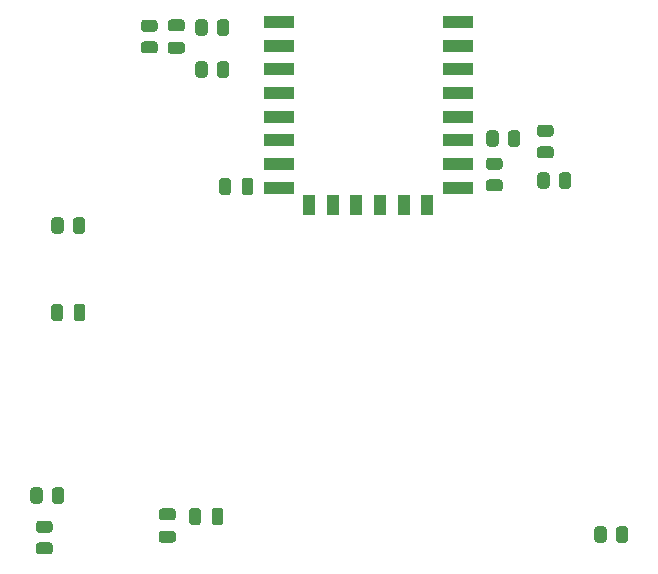
<source format=gbr>
%TF.GenerationSoftware,KiCad,Pcbnew,5.1.9+dfsg1-1*%
%TF.CreationDate,2021-05-25T15:38:03+02:00*%
%TF.ProjectId,vscp-din-wireless-esp8266,76736370-2d64-4696-9e2d-776972656c65,rev?*%
%TF.SameCoordinates,Original*%
%TF.FileFunction,Paste,Top*%
%TF.FilePolarity,Positive*%
%FSLAX46Y46*%
G04 Gerber Fmt 4.6, Leading zero omitted, Abs format (unit mm)*
G04 Created by KiCad (PCBNEW 5.1.9+dfsg1-1) date 2021-05-25 15:38:03*
%MOMM*%
%LPD*%
G01*
G04 APERTURE LIST*
%ADD10R,2.500000X1.000000*%
%ADD11R,1.000000X1.800000*%
G04 APERTURE END LIST*
%TO.C,C3*%
G36*
G01*
X130843000Y-50996000D02*
X131793000Y-50996000D01*
G75*
G02*
X132043000Y-51246000I0J-250000D01*
G01*
X132043000Y-51746000D01*
G75*
G02*
X131793000Y-51996000I-250000J0D01*
G01*
X130843000Y-51996000D01*
G75*
G02*
X130593000Y-51746000I0J250000D01*
G01*
X130593000Y-51246000D01*
G75*
G02*
X130843000Y-50996000I250000J0D01*
G01*
G37*
G36*
G01*
X130843000Y-49096000D02*
X131793000Y-49096000D01*
G75*
G02*
X132043000Y-49346000I0J-250000D01*
G01*
X132043000Y-49846000D01*
G75*
G02*
X131793000Y-50096000I-250000J0D01*
G01*
X130843000Y-50096000D01*
G75*
G02*
X130593000Y-49846000I0J250000D01*
G01*
X130593000Y-49346000D01*
G75*
G02*
X130843000Y-49096000I250000J0D01*
G01*
G37*
%TD*%
D10*
%TO.C,U2*%
X155174000Y-49332000D03*
X155174000Y-51332000D03*
X155174000Y-53332000D03*
X155174000Y-55332000D03*
X155174000Y-57332000D03*
X155174000Y-59332000D03*
X155174000Y-61332000D03*
X155174000Y-63332000D03*
D11*
X152574000Y-64832000D03*
X150574000Y-64832000D03*
X148574000Y-64832000D03*
X146574000Y-64832000D03*
X144574000Y-64832000D03*
X142574000Y-64832000D03*
D10*
X139974000Y-63332000D03*
X139974000Y-61332000D03*
X139974000Y-59332000D03*
X139974000Y-57332000D03*
X139974000Y-55332000D03*
X139974000Y-53332000D03*
X139974000Y-51332000D03*
X139974000Y-49332000D03*
%TD*%
%TO.C,R12*%
G36*
G01*
X168548000Y-93160001D02*
X168548000Y-92259999D01*
G75*
G02*
X168797999Y-92010000I249999J0D01*
G01*
X169323001Y-92010000D01*
G75*
G02*
X169573000Y-92259999I0J-249999D01*
G01*
X169573000Y-93160001D01*
G75*
G02*
X169323001Y-93410000I-249999J0D01*
G01*
X168797999Y-93410000D01*
G75*
G02*
X168548000Y-93160001I0J249999D01*
G01*
G37*
G36*
G01*
X166723000Y-93160001D02*
X166723000Y-92259999D01*
G75*
G02*
X166972999Y-92010000I249999J0D01*
G01*
X167498001Y-92010000D01*
G75*
G02*
X167748000Y-92259999I0J-249999D01*
G01*
X167748000Y-93160001D01*
G75*
G02*
X167498001Y-93410000I-249999J0D01*
G01*
X166972999Y-93410000D01*
G75*
G02*
X166723000Y-93160001I0J249999D01*
G01*
G37*
%TD*%
%TO.C,R11*%
G36*
G01*
X163010001Y-59036000D02*
X162109999Y-59036000D01*
G75*
G02*
X161860000Y-58786001I0J249999D01*
G01*
X161860000Y-58260999D01*
G75*
G02*
X162109999Y-58011000I249999J0D01*
G01*
X163010001Y-58011000D01*
G75*
G02*
X163260000Y-58260999I0J-249999D01*
G01*
X163260000Y-58786001D01*
G75*
G02*
X163010001Y-59036000I-249999J0D01*
G01*
G37*
G36*
G01*
X163010001Y-60861000D02*
X162109999Y-60861000D01*
G75*
G02*
X161860000Y-60611001I0J249999D01*
G01*
X161860000Y-60085999D01*
G75*
G02*
X162109999Y-59836000I249999J0D01*
G01*
X163010001Y-59836000D01*
G75*
G02*
X163260000Y-60085999I0J-249999D01*
G01*
X163260000Y-60611001D01*
G75*
G02*
X163010001Y-60861000I-249999J0D01*
G01*
G37*
%TD*%
%TO.C,R10*%
G36*
G01*
X119996000Y-88957999D02*
X119996000Y-89858001D01*
G75*
G02*
X119746001Y-90108000I-249999J0D01*
G01*
X119220999Y-90108000D01*
G75*
G02*
X118971000Y-89858001I0J249999D01*
G01*
X118971000Y-88957999D01*
G75*
G02*
X119220999Y-88708000I249999J0D01*
G01*
X119746001Y-88708000D01*
G75*
G02*
X119996000Y-88957999I0J-249999D01*
G01*
G37*
G36*
G01*
X121821000Y-88957999D02*
X121821000Y-89858001D01*
G75*
G02*
X121571001Y-90108000I-249999J0D01*
G01*
X121045999Y-90108000D01*
G75*
G02*
X120796000Y-89858001I0J249999D01*
G01*
X120796000Y-88957999D01*
G75*
G02*
X121045999Y-88708000I249999J0D01*
G01*
X121571001Y-88708000D01*
G75*
G02*
X121821000Y-88957999I0J-249999D01*
G01*
G37*
%TD*%
%TO.C,R9*%
G36*
G01*
X119691999Y-93364000D02*
X120592001Y-93364000D01*
G75*
G02*
X120842000Y-93613999I0J-249999D01*
G01*
X120842000Y-94139001D01*
G75*
G02*
X120592001Y-94389000I-249999J0D01*
G01*
X119691999Y-94389000D01*
G75*
G02*
X119442000Y-94139001I0J249999D01*
G01*
X119442000Y-93613999D01*
G75*
G02*
X119691999Y-93364000I249999J0D01*
G01*
G37*
G36*
G01*
X119691999Y-91539000D02*
X120592001Y-91539000D01*
G75*
G02*
X120842000Y-91788999I0J-249999D01*
G01*
X120842000Y-92314001D01*
G75*
G02*
X120592001Y-92564000I-249999J0D01*
G01*
X119691999Y-92564000D01*
G75*
G02*
X119442000Y-92314001I0J249999D01*
G01*
X119442000Y-91788999D01*
G75*
G02*
X119691999Y-91539000I249999J0D01*
G01*
G37*
%TD*%
%TO.C,R8*%
G36*
G01*
X158692001Y-61830000D02*
X157791999Y-61830000D01*
G75*
G02*
X157542000Y-61580001I0J249999D01*
G01*
X157542000Y-61054999D01*
G75*
G02*
X157791999Y-60805000I249999J0D01*
G01*
X158692001Y-60805000D01*
G75*
G02*
X158942000Y-61054999I0J-249999D01*
G01*
X158942000Y-61580001D01*
G75*
G02*
X158692001Y-61830000I-249999J0D01*
G01*
G37*
G36*
G01*
X158692001Y-63655000D02*
X157791999Y-63655000D01*
G75*
G02*
X157542000Y-63405001I0J249999D01*
G01*
X157542000Y-62879999D01*
G75*
G02*
X157791999Y-62630000I249999J0D01*
G01*
X158692001Y-62630000D01*
G75*
G02*
X158942000Y-62879999I0J-249999D01*
G01*
X158942000Y-63405001D01*
G75*
G02*
X158692001Y-63655000I-249999J0D01*
G01*
G37*
%TD*%
%TO.C,R7*%
G36*
G01*
X121774000Y-66097999D02*
X121774000Y-66998001D01*
G75*
G02*
X121524001Y-67248000I-249999J0D01*
G01*
X120998999Y-67248000D01*
G75*
G02*
X120749000Y-66998001I0J249999D01*
G01*
X120749000Y-66097999D01*
G75*
G02*
X120998999Y-65848000I249999J0D01*
G01*
X121524001Y-65848000D01*
G75*
G02*
X121774000Y-66097999I0J-249999D01*
G01*
G37*
G36*
G01*
X123599000Y-66097999D02*
X123599000Y-66998001D01*
G75*
G02*
X123349001Y-67248000I-249999J0D01*
G01*
X122823999Y-67248000D01*
G75*
G02*
X122574000Y-66998001I0J249999D01*
G01*
X122574000Y-66097999D01*
G75*
G02*
X122823999Y-65848000I249999J0D01*
G01*
X123349001Y-65848000D01*
G75*
G02*
X123599000Y-66097999I0J-249999D01*
G01*
G37*
%TD*%
%TO.C,R6*%
G36*
G01*
X162922000Y-62287999D02*
X162922000Y-63188001D01*
G75*
G02*
X162672001Y-63438000I-249999J0D01*
G01*
X162146999Y-63438000D01*
G75*
G02*
X161897000Y-63188001I0J249999D01*
G01*
X161897000Y-62287999D01*
G75*
G02*
X162146999Y-62038000I249999J0D01*
G01*
X162672001Y-62038000D01*
G75*
G02*
X162922000Y-62287999I0J-249999D01*
G01*
G37*
G36*
G01*
X164747000Y-62287999D02*
X164747000Y-63188001D01*
G75*
G02*
X164497001Y-63438000I-249999J0D01*
G01*
X163971999Y-63438000D01*
G75*
G02*
X163722000Y-63188001I0J249999D01*
G01*
X163722000Y-62287999D01*
G75*
G02*
X163971999Y-62038000I249999J0D01*
G01*
X164497001Y-62038000D01*
G75*
G02*
X164747000Y-62287999I0J-249999D01*
G01*
G37*
%TD*%
%TO.C,R5*%
G36*
G01*
X158604000Y-58731999D02*
X158604000Y-59632001D01*
G75*
G02*
X158354001Y-59882000I-249999J0D01*
G01*
X157828999Y-59882000D01*
G75*
G02*
X157579000Y-59632001I0J249999D01*
G01*
X157579000Y-58731999D01*
G75*
G02*
X157828999Y-58482000I249999J0D01*
G01*
X158354001Y-58482000D01*
G75*
G02*
X158604000Y-58731999I0J-249999D01*
G01*
G37*
G36*
G01*
X160429000Y-58731999D02*
X160429000Y-59632001D01*
G75*
G02*
X160179001Y-59882000I-249999J0D01*
G01*
X159653999Y-59882000D01*
G75*
G02*
X159404000Y-59632001I0J249999D01*
G01*
X159404000Y-58731999D01*
G75*
G02*
X159653999Y-58482000I249999J0D01*
G01*
X160179001Y-58482000D01*
G75*
G02*
X160429000Y-58731999I0J-249999D01*
G01*
G37*
%TD*%
%TO.C,R4*%
G36*
G01*
X122624000Y-74389000D02*
X122624000Y-73439000D01*
G75*
G02*
X122874000Y-73189000I250000J0D01*
G01*
X123374000Y-73189000D01*
G75*
G02*
X123624000Y-73439000I0J-250000D01*
G01*
X123624000Y-74389000D01*
G75*
G02*
X123374000Y-74639000I-250000J0D01*
G01*
X122874000Y-74639000D01*
G75*
G02*
X122624000Y-74389000I0J250000D01*
G01*
G37*
G36*
G01*
X120724000Y-74389000D02*
X120724000Y-73439000D01*
G75*
G02*
X120974000Y-73189000I250000J0D01*
G01*
X121474000Y-73189000D01*
G75*
G02*
X121724000Y-73439000I0J-250000D01*
G01*
X121724000Y-74389000D01*
G75*
G02*
X121474000Y-74639000I-250000J0D01*
G01*
X120974000Y-74639000D01*
G75*
G02*
X120724000Y-74389000I0J250000D01*
G01*
G37*
%TD*%
%TO.C,R3*%
G36*
G01*
X133966000Y-49333999D02*
X133966000Y-50234001D01*
G75*
G02*
X133716001Y-50484000I-249999J0D01*
G01*
X133190999Y-50484000D01*
G75*
G02*
X132941000Y-50234001I0J249999D01*
G01*
X132941000Y-49333999D01*
G75*
G02*
X133190999Y-49084000I249999J0D01*
G01*
X133716001Y-49084000D01*
G75*
G02*
X133966000Y-49333999I0J-249999D01*
G01*
G37*
G36*
G01*
X135791000Y-49333999D02*
X135791000Y-50234001D01*
G75*
G02*
X135541001Y-50484000I-249999J0D01*
G01*
X135015999Y-50484000D01*
G75*
G02*
X134766000Y-50234001I0J249999D01*
G01*
X134766000Y-49333999D01*
G75*
G02*
X135015999Y-49084000I249999J0D01*
G01*
X135541001Y-49084000D01*
G75*
G02*
X135791000Y-49333999I0J-249999D01*
G01*
G37*
%TD*%
%TO.C,R2*%
G36*
G01*
X129482001Y-50146000D02*
X128581999Y-50146000D01*
G75*
G02*
X128332000Y-49896001I0J249999D01*
G01*
X128332000Y-49370999D01*
G75*
G02*
X128581999Y-49121000I249999J0D01*
G01*
X129482001Y-49121000D01*
G75*
G02*
X129732000Y-49370999I0J-249999D01*
G01*
X129732000Y-49896001D01*
G75*
G02*
X129482001Y-50146000I-249999J0D01*
G01*
G37*
G36*
G01*
X129482001Y-51971000D02*
X128581999Y-51971000D01*
G75*
G02*
X128332000Y-51721001I0J249999D01*
G01*
X128332000Y-51195999D01*
G75*
G02*
X128581999Y-50946000I249999J0D01*
G01*
X129482001Y-50946000D01*
G75*
G02*
X129732000Y-51195999I0J-249999D01*
G01*
X129732000Y-51721001D01*
G75*
G02*
X129482001Y-51971000I-249999J0D01*
G01*
G37*
%TD*%
%TO.C,R1*%
G36*
G01*
X134766000Y-53790001D02*
X134766000Y-52889999D01*
G75*
G02*
X135015999Y-52640000I249999J0D01*
G01*
X135541001Y-52640000D01*
G75*
G02*
X135791000Y-52889999I0J-249999D01*
G01*
X135791000Y-53790001D01*
G75*
G02*
X135541001Y-54040000I-249999J0D01*
G01*
X135015999Y-54040000D01*
G75*
G02*
X134766000Y-53790001I0J249999D01*
G01*
G37*
G36*
G01*
X132941000Y-53790001D02*
X132941000Y-52889999D01*
G75*
G02*
X133190999Y-52640000I249999J0D01*
G01*
X133716001Y-52640000D01*
G75*
G02*
X133966000Y-52889999I0J-249999D01*
G01*
X133966000Y-53790001D01*
G75*
G02*
X133716001Y-54040000I-249999J0D01*
G01*
X133190999Y-54040000D01*
G75*
G02*
X132941000Y-53790001I0J249999D01*
G01*
G37*
%TD*%
%TO.C,C6*%
G36*
G01*
X131031000Y-91498000D02*
X130081000Y-91498000D01*
G75*
G02*
X129831000Y-91248000I0J250000D01*
G01*
X129831000Y-90748000D01*
G75*
G02*
X130081000Y-90498000I250000J0D01*
G01*
X131031000Y-90498000D01*
G75*
G02*
X131281000Y-90748000I0J-250000D01*
G01*
X131281000Y-91248000D01*
G75*
G02*
X131031000Y-91498000I-250000J0D01*
G01*
G37*
G36*
G01*
X131031000Y-93398000D02*
X130081000Y-93398000D01*
G75*
G02*
X129831000Y-93148000I0J250000D01*
G01*
X129831000Y-92648000D01*
G75*
G02*
X130081000Y-92398000I250000J0D01*
G01*
X131031000Y-92398000D01*
G75*
G02*
X131281000Y-92648000I0J-250000D01*
G01*
X131281000Y-93148000D01*
G75*
G02*
X131031000Y-93398000I-250000J0D01*
G01*
G37*
%TD*%
%TO.C,C5*%
G36*
G01*
X133408000Y-90711000D02*
X133408000Y-91661000D01*
G75*
G02*
X133158000Y-91911000I-250000J0D01*
G01*
X132658000Y-91911000D01*
G75*
G02*
X132408000Y-91661000I0J250000D01*
G01*
X132408000Y-90711000D01*
G75*
G02*
X132658000Y-90461000I250000J0D01*
G01*
X133158000Y-90461000D01*
G75*
G02*
X133408000Y-90711000I0J-250000D01*
G01*
G37*
G36*
G01*
X135308000Y-90711000D02*
X135308000Y-91661000D01*
G75*
G02*
X135058000Y-91911000I-250000J0D01*
G01*
X134558000Y-91911000D01*
G75*
G02*
X134308000Y-91661000I0J250000D01*
G01*
X134308000Y-90711000D01*
G75*
G02*
X134558000Y-90461000I250000J0D01*
G01*
X135058000Y-90461000D01*
G75*
G02*
X135308000Y-90711000I0J-250000D01*
G01*
G37*
%TD*%
%TO.C,C1*%
G36*
G01*
X135948000Y-62771000D02*
X135948000Y-63721000D01*
G75*
G02*
X135698000Y-63971000I-250000J0D01*
G01*
X135198000Y-63971000D01*
G75*
G02*
X134948000Y-63721000I0J250000D01*
G01*
X134948000Y-62771000D01*
G75*
G02*
X135198000Y-62521000I250000J0D01*
G01*
X135698000Y-62521000D01*
G75*
G02*
X135948000Y-62771000I0J-250000D01*
G01*
G37*
G36*
G01*
X137848000Y-62771000D02*
X137848000Y-63721000D01*
G75*
G02*
X137598000Y-63971000I-250000J0D01*
G01*
X137098000Y-63971000D01*
G75*
G02*
X136848000Y-63721000I0J250000D01*
G01*
X136848000Y-62771000D01*
G75*
G02*
X137098000Y-62521000I250000J0D01*
G01*
X137598000Y-62521000D01*
G75*
G02*
X137848000Y-62771000I0J-250000D01*
G01*
G37*
%TD*%
M02*

</source>
